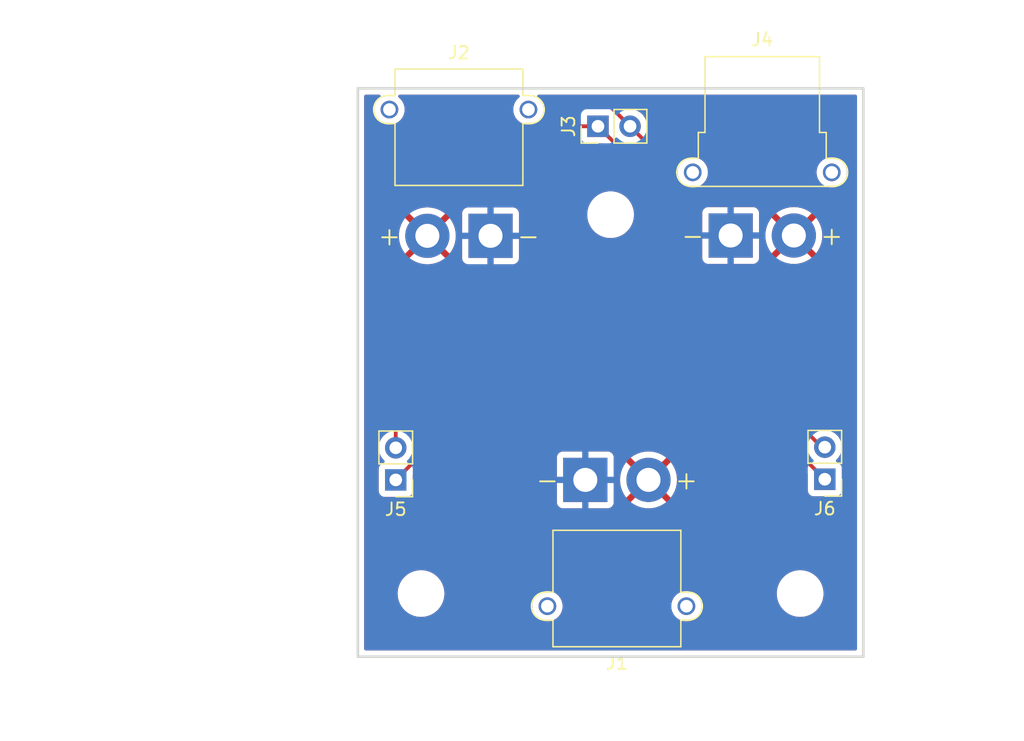
<source format=kicad_pcb>
(kicad_pcb (version 20240108) (generator "pcbnew") (generator_version "8.0")
  (layers (0 "F.Cu" signal) (31 "B.Cu" signal) (34 "B.Paste" user) (35 "F.Paste" user) (36 "B.SilkS" user "B.Silkscreen") (37 "F.SilkS" user "F.Silkscreen") (38 "B.Mask" user) (39 "F.Mask" user) (44 "Edge.Cuts" user))
  (net 0 "")
  (net 1 "/PWR")
  (net 2 "/GND")
  (net 3 "Net-(J3-Pin_1)")
  (net 4 "Net-(J3-Pin_2)")
  (footprint "Connector_AMASS:AMASS_XT30PW-F_1x02_P2.50mm_Horizontal" (layer "F.Cu") (at 130.5 63.65)
    (property "Reference" "J4" (at 2.5 -15.5 0) (layer "F.SilkS"))
    (property "Value" "Conn_01x02_Socket")
    (fp_line (start -3.26 -6.11) (end -2.56 -6.11) (stroke (width 0.12)) (layer "F.SilkS"))
    (fp_line (start -3.26 -3.89) (end 8.26 -3.89) (stroke (width 0.12)) (layer "F.SilkS"))
    (fp_line (start -2.56 -8.16) (end -2.56 -6.11) (stroke (width 0.12)) (layer "F.SilkS"))
    (fp_line (start -2.56 -8.16) (end -2.03 -8.16) (stroke (width 0.12)) (layer "F.SilkS"))
    (fp_line (start -2.03 -14.16) (end -2.03 -8.16) (stroke (width 0.12)) (layer "F.SilkS"))
    (fp_line (start -2.03 -14.16) (end 7 -14.16) (stroke (width 0.12)) (layer "F.SilkS"))
    (fp_line (start 7.03 -14.16) (end 7.03 -8.16) (stroke (width 0.12)) (layer "F.SilkS"))
    (fp_line (start 7.03 -8.16) (end 7.56 -8.16) (stroke (width 0.12)) (layer "F.SilkS"))
    (fp_line (start 7.56 -8.16) (end 7.56 -6.11) (stroke (width 0.12)) (layer "F.SilkS"))
    (fp_line (start 7.56 -6.11) (end 8.26 -6.11) (stroke (width 0.12)) (layer "F.SilkS"))
    (fp_arc (start -3.321729 -3.903365) (mid -4.256653 -5.086124) (end -3.15 -6.11) (stroke (width 0.12)) (layer "F.SilkS"))
    (fp_arc (start 8.15 -6.11) (mid 9.26 -5) (end 8.15 -3.89) (stroke (width 0.12)) (layer "F.SilkS"))
    (fp_text user "+" (at 8 0 0) (layer "F.SilkS") (effects (font (size 1.5 1.5))))
    (fp_text user "-" (at -3 0 0) (layer "F.SilkS") (effects (font (size 1.5 1.5))))
    (pad "" thru_hole circle (at -3 -5 90) (size 1.4 1.4) (drill 1) (layers "*.Cu" "*.Mask"))
    (pad "" thru_hole circle (at 8 -5) (size 1.4 1.4) (drill 1) (layers "*.Cu" "*.Mask"))
    (pad "1" thru_hole rect (at 0 0) (size 3.5 3.5) (drill 1.9) (layers "*.Cu" "*.Mask") (net 2 "/GND"))
    (pad "2" thru_hole circle (at 5 0) (size 3.5 3.5) (drill 1.9) (layers "*.Cu" "*.Mask") (net 1 "/PWR"))
  )
  (footprint "Connector_PinHeader_2.54mm:PinHeader_1x02_P2.54mm_Vertical" (layer "F.Cu") (at 137.95 82.95 180)
    (property "Reference" "J6" (at 0 -2.33 180) (layer "F.SilkS"))
    (property "Value" "Conn_01x02_Socket")
    (fp_line (start 1.33 1.27) (end 1.33 3.87) (stroke (width 0.12)) (layer "F.SilkS"))
    (fp_line (start -1.33 3.87) (end 1.33 3.87) (stroke (width 0.12)) (layer "F.SilkS"))
    (fp_line (start -1.33 1.27) (end 1.33 1.27) (stroke (width 0.12)) (layer "F.SilkS"))
    (fp_line (start -1.33 1.27) (end -1.33 3.87) (stroke (width 0.12)) (layer "F.SilkS"))
    (fp_line (start -1.33 0) (end -1.33 -1.33) (stroke (width 0.12)) (layer "F.SilkS"))
    (fp_line (start -1.33 -1.33) (end 0 -1.33) (stroke (width 0.12)) (layer "F.SilkS"))
    (pad "1" thru_hole rect (at 0 0 180) (size 1.7 1.7) (drill 1) (layers "*.Cu" "*.Mask") (net 3 "Net-(J3-Pin_1)"))
    (pad "2" thru_hole oval (at 0 2.54 180) (size 1.7 1.7) (drill 1) (layers "*.Cu" "*.Mask") (net 4 "Net-(J3-Pin_2)"))
  )
  (footprint "" (layer "F.Cu") (at 121 62)
    (property "Reference" "" (at 0 0 0) (layer "F.SilkS") (effects (font (size 1.27 1.27))))
    (property "Value" "")
    (pad "" np_thru_hole circle (at 0 0) (size 3.2 3.2) (drill 3.2) (layers "F&B.Cu" "*.Mask"))
  )
  (footprint "Connector_AMASS:AMASS_XT30PW-M_1x02_P2.50mm_Horizontal" (layer "F.Cu") (at 119 83 180)
    (property "Reference" "J1" (at -2.5 -14.5 180) (layer "F.SilkS"))
    (property "Value" "Conn_01x02_Pin")
    (fp_line (start 2.56 -8.89) (end 3.15 -8.89) (stroke (width 0.12)) (layer "F.SilkS"))
    (fp_line (start 2.56 -8.89) (end 2.56 -3.99) (stroke (width 0.12)) (layer "F.SilkS"))
    (fp_line (start 2.56 -11.11) (end 3.15 -11.11) (stroke (width 0.12)) (layer "F.SilkS"))
    (fp_line (start 2.56 -13.21) (end 2.56 -11.11) (stroke (width 0.12)) (layer "F.SilkS"))
    (fp_line (start -7.56 -3.99) (end 2.56 -3.99) (stroke (width 0.12)) (layer "F.SilkS"))
    (fp_line (start -7.56 -8.89) (end -7.56 -3.99) (stroke (width 0.12)) (layer "F.SilkS"))
    (fp_line (start -7.56 -13.21) (end 2.56 -13.21) (stroke (width 0.12)) (layer "F.SilkS"))
    (fp_line (start -7.56 -13.21) (end -7.56 -11.11) (stroke (width 0.12)) (layer "F.SilkS"))
    (fp_line (start -8.15 -8.89) (end -7.56 -8.89) (stroke (width 0.12)) (layer "F.SilkS"))
    (fp_line (start -8.15 -11.11) (end -7.56 -11.11) (stroke (width 0.12)) (layer "F.SilkS"))
    (fp_arc (start 3.15 -11.11) (mid 4.26 -10) (end 3.15 -8.89) (stroke (width 0.12)) (layer "F.SilkS"))
    (fp_arc (start -8.15 -8.89) (mid -9.26 -10) (end -8.15 -11.11) (stroke (width 0.12)) (layer "F.SilkS"))
    (fp_text user "+" (at -8 0 180) (layer "F.SilkS") (effects (font (size 1.5 1.5))))
    (fp_text user "-" (at 3 0 180) (layer "F.SilkS") (effects (font (size 1.5 1.5))))
    (pad "" thru_hole circle (at -8 -10 180) (size 1.4 1.4) (drill 1) (layers "*.Cu" "*.Mask"))
    (pad "" thru_hole circle (at 3 -10 180) (size 1.4 1.4) (drill 1) (layers "*.Cu" "*.Mask"))
    (pad "1" thru_hole rect (at 0 0 180) (size 3.5 3.5) (drill 1.9) (layers "*.Cu" "*.Mask") (net 2 "/GND"))
    (pad "2" thru_hole circle (at -5 0 180) (size 3.5 3.5) (drill 1.9) (layers "*.Cu" "*.Mask") (net 1 "/PWR"))
  )
  (footprint "Connector_PinHeader_2.54mm:PinHeader_1x02_P2.54mm_Vertical" (layer "F.Cu") (at 120 55 90)
    (property "Reference" "J3" (at 0 -2.33 -90) (layer "F.SilkS"))
    (property "Value" "Conn_01x02_Pin")
    (fp_line (start -1.33 -1.33) (end 0 -1.33) (stroke (width 0.12)) (layer "F.SilkS"))
    (fp_line (start -1.33 0) (end -1.33 -1.33) (stroke (width 0.12)) (layer "F.SilkS"))
    (fp_line (start 1.33 1.27) (end 1.33 3.87) (stroke (width 0.12)) (layer "F.SilkS"))
    (fp_line (start -1.33 1.27) (end 1.33 1.27) (stroke (width 0.12)) (layer "F.SilkS"))
    (fp_line (start -1.33 1.27) (end -1.33 3.87) (stroke (width 0.12)) (layer "F.SilkS"))
    (fp_line (start -1.33 3.87) (end 1.33 3.87) (stroke (width 0.12)) (layer "F.SilkS"))
    (pad "1" thru_hole rect (at 0 0 90) (size 1.7 1.7) (drill 1) (layers "*.Cu" "*.Mask") (net 3 "Net-(J3-Pin_1)"))
    (pad "2" thru_hole oval (at 0 2.54 90) (size 1.7 1.7) (drill 1) (layers "*.Cu" "*.Mask") (net 4 "Net-(J3-Pin_2)"))
  )
  (footprint "Connector_PinHeader_2.54mm:PinHeader_1x02_P2.54mm_Vertical" (layer "F.Cu") (at 104 83 180)
    (property "Reference" "J5" (at 0 -2.33 180) (layer "F.SilkS"))
    (property "Value" "Conn_01x02_Socket")
    (fp_line (start 1.33 1.27) (end 1.33 3.87) (stroke (width 0.12)) (layer "F.SilkS"))
    (fp_line (start -1.33 3.87) (end 1.33 3.87) (stroke (width 0.12)) (layer "F.SilkS"))
    (fp_line (start -1.33 1.27) (end 1.33 1.27) (stroke (width 0.12)) (layer "F.SilkS"))
    (fp_line (start -1.33 1.27) (end -1.33 3.87) (stroke (width 0.12)) (layer "F.SilkS"))
    (fp_line (start -1.33 0) (end -1.33 -1.33) (stroke (width 0.12)) (layer "F.SilkS"))
    (fp_line (start -1.33 -1.33) (end 0 -1.33) (stroke (width 0.12)) (layer "F.SilkS"))
    (pad "1" thru_hole rect (at 0 0 180) (size 1.7 1.7) (drill 1) (layers "*.Cu" "*.Mask") (net 3 "Net-(J3-Pin_1)"))
    (pad "2" thru_hole oval (at 0 2.54 180) (size 1.7 1.7) (drill 1) (layers "*.Cu" "*.Mask") (net 4 "Net-(J3-Pin_2)"))
  )
  (footprint "" (layer "F.Cu") (at 106 92)
    (property "Reference" "" (at 0 0 0) (layer "F.SilkS") (effects (font (size 1.27 1.27))))
    (property "Value" "")
    (pad "" np_thru_hole circle (at 0 0) (size 3.2 3.2) (drill 3.2) (layers "F&B.Cu" "*.Mask"))
  )
  (footprint "Connector_AMASS:AMASS_XT30PW-M_1x02_P2.50mm_Horizontal" (layer "F.Cu") (at 111.5 63.675)
    (property "Reference" "J2" (at -2.5 -14.5 0) (layer "F.SilkS"))
    (property "Value" "Conn_01x02_Pin")
    (fp_line (start -8.15 -11.11) (end -7.56 -11.11) (stroke (width 0.12)) (layer "F.SilkS"))
    (fp_line (start -8.15 -8.89) (end -7.56 -8.89) (stroke (width 0.12)) (layer "F.SilkS"))
    (fp_line (start -7.56 -13.21) (end -7.56 -11.11) (stroke (width 0.12)) (layer "F.SilkS"))
    (fp_line (start -7.56 -13.21) (end 2.56 -13.21) (stroke (width 0.12)) (layer "F.SilkS"))
    (fp_line (start -7.56 -8.89) (end -7.56 -3.99) (stroke (width 0.12)) (layer "F.SilkS"))
    (fp_line (start -7.56 -3.99) (end 2.56 -3.99) (stroke (width 0.12)) (layer "F.SilkS"))
    (fp_line (start 2.56 -13.21) (end 2.56 -11.11) (stroke (width 0.12)) (layer "F.SilkS"))
    (fp_line (start 2.56 -11.11) (end 3.15 -11.11) (stroke (width 0.12)) (layer "F.SilkS"))
    (fp_line (start 2.56 -8.89) (end 2.56 -3.99) (stroke (width 0.12)) (layer "F.SilkS"))
    (fp_line (start 2.56 -8.89) (end 3.15 -8.89) (stroke (width 0.12)) (layer "F.SilkS"))
    (fp_arc (start -8.15 -8.89) (mid -9.26 -10) (end -8.15 -11.11) (stroke (width 0.12)) (layer "F.SilkS"))
    (fp_arc (start 3.15 -11.11) (mid 4.26 -10) (end 3.15 -8.89) (stroke (width 0.12)) (layer "F.SilkS"))
    (fp_text user "+" (at -8 0 0) (layer "F.SilkS") (effects (font (size 1.5 1.5))))
    (fp_text user "-" (at 3 0 0) (layer "F.SilkS") (effects (font (size 1.5 1.5))))
    (pad "" thru_hole circle (at -8 -10) (size 1.4 1.4) (drill 1) (layers "*.Cu" "*.Mask"))
    (pad "" thru_hole circle (at 3 -10) (size 1.4 1.4) (drill 1) (layers "*.Cu" "*.Mask"))
    (pad "1" thru_hole rect (at 0 0) (size 3.5 3.5) (drill 1.9) (layers "*.Cu" "*.Mask") (net 2 "/GND"))
    (pad "2" thru_hole circle (at -5 0) (size 3.5 3.5) (drill 1.9) (layers "*.Cu" "*.Mask") (net 1 "/PWR"))
  )
  (footprint "" (layer "F.Cu") (at 136 92)
    (property "Reference" "" (at 0 0 0) (layer "F.SilkS") (effects (font (size 1.27 1.27))))
    (property "Value" "")
    (pad "" np_thru_hole circle (at 0 0) (size 3.2 3.2) (drill 3.2) (layers "F&B.Cu" "*.Mask"))
  )
  (gr_rect (start 101 52) (end 141 97) (stroke (width 0.2)) (fill none) (layer "Edge.Cuts"))
  (segment (start 123.75 68.75) (end 137.95 82.95) (width 0.3) (layer "F.Cu") (net 3))
  (segment (start 118.25 55) (end 116.9 56.35) (width 0.3) (layer "F.Cu") (net 3))
  (segment (start 122.45 57.45) (end 122.5 57.45) (width 0.3) (layer "F.Cu") (net 3))
  (segment (start 120 55) (end 122.45 57.45) (width 0.3) (layer "F.Cu") (net 3))
  (segment (start 106.9 76.2) (end 106.9 80.1) (width 0.3) (layer "F.Cu") (net 3))
  (segment (start 106.9 80.1) (end 104 83) (width 0.3) (layer "F.Cu") (net 3))
  (segment (start 116.9 66.2) (end 106.9 76.2) (width 0.3) (layer "F.Cu") (net 3))
  (segment (start 120 55) (end 118.25 55) (width 0.3) (layer "F.Cu") (net 3))
  (segment (start 122.5 57.45) (end 123.75 58.7) (width 0.3) (layer "F.Cu") (net 3))
  (segment (start 123.75 58.7) (end 123.75 68.75) (width 0.3) (layer "F.Cu") (net 3))
  (segment (start 137.95 82.95) (end 137.95 83.1) (width 0.3) (layer "F.Cu") (net 3))
  (segment (start 116.9 56.35) (end 116.9 66.2) (width 0.3) (layer "F.Cu") (net 3))
  (segment (start 120.99 53.45) (end 117.7 53.45) (width 0.3) (layer "F.Cu") (net 4))
  (segment (start 115.45 65.5) (end 104 76.95) (width 0.3) (layer "F.Cu") (net 4))
  (segment (start 137.71 80.41) (end 125.3 68) (width 0.3) (layer "F.Cu") (net 4))
  (segment (start 117.7 53.45) (end 115.45 55.7) (width 0.3) (layer "F.Cu") (net 4))
  (segment (start 115.45 55.7) (end 115.45 65.5) (width 0.3) (layer "F.Cu") (net 4))
  (segment (start 137.95 80.41) (end 137.71 80.41) (width 0.3) (layer "F.Cu") (net 4))
  (segment (start 125.3 57.76) (end 122.54 55) (width 0.3) (layer "F.Cu") (net 4))
  (segment (start 104 76.95) (end 104 80.46) (width 0.3) (layer "F.Cu") (net 4))
  (segment (start 125.3 68) (end 125.3 57.76) (width 0.3) (layer "F.Cu") (net 4))
  (segment (start 122.54 55) (end 120.99 53.45) (width 0.3) (layer "F.Cu") (net 4))
  (segment (start 137.95 80.56) (end 137.95 80.41) (width 0.3) (layer "F.Cu") (net 4))
  (zone (net 1) (net_name "/PWR") (layer "F.Cu") (connect_pads (clearance 0.5)) (min_thickness 0.25) (fill yes (thermal_gap 0.5) (thermal_bridge_width 0.5))
    (polygon (pts (xy 140.95 96.9) (xy 100.95 96.95) (xy 101 51.95) (xy 141 52)))
  )
  (zone (net 2) (net_name "/GND") (layer "B.Cu") (priority 1) (connect_pads (clearance 0.5)) (min_thickness 0.25) (fill yes (thermal_gap 0.5) (thermal_bridge_width 0.5))
    (polygon (pts (xy 101.05 52.1) (xy 101.1 96.95) (xy 140.95 96.95) (xy 140.95 52) (xy 101.05 52) (xy 101.05 52.15) (xy 101.05 52)))
  )
)
</source>
